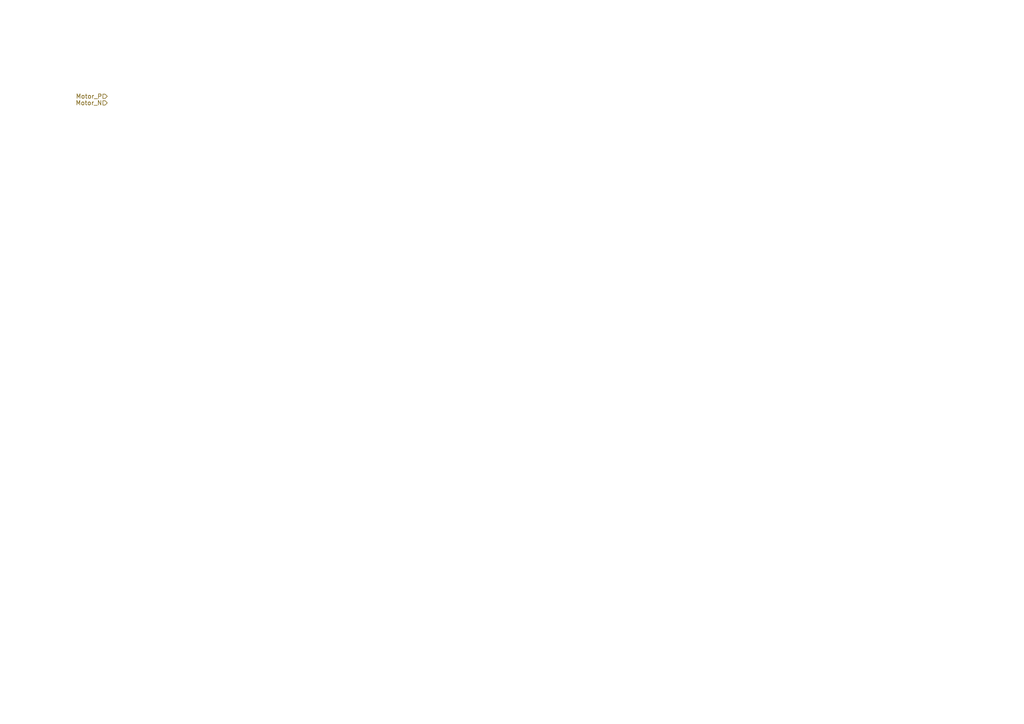
<source format=kicad_sch>
(kicad_sch (version 20211123) (generator eeschema)
  (paper "A4")
  (lib_symbols)
  (hierarchical_label "Motor_P" (shape input) (at 31.115 27.94 180))
  (hierarchical_label "Motor_N" (shape input) (at 31.115 29.845 180))
)
</source>
